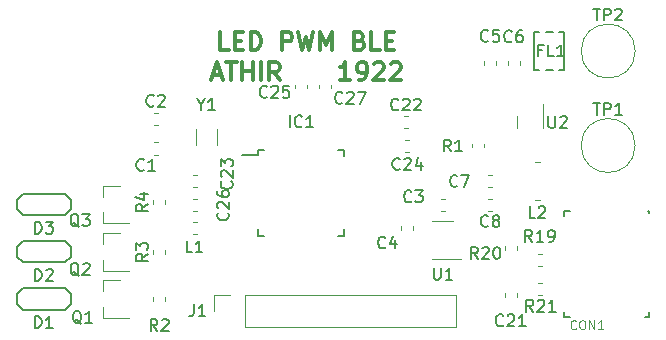
<source format=gto>
G04 #@! TF.GenerationSoftware,KiCad,Pcbnew,(5.1.0)-1*
G04 #@! TF.CreationDate,2019-06-02T21:22:59+02:00*
G04 #@! TF.ProjectId,ledpwmble,6c656470-776d-4626-9c65-2e6b69636164,rev?*
G04 #@! TF.SameCoordinates,Original*
G04 #@! TF.FileFunction,Legend,Top*
G04 #@! TF.FilePolarity,Positive*
%FSLAX46Y46*%
G04 Gerber Fmt 4.6, Leading zero omitted, Abs format (unit mm)*
G04 Created by KiCad (PCBNEW (5.1.0)-1) date 2019-06-02 21:22:59*
%MOMM*%
%LPD*%
G04 APERTURE LIST*
%ADD10C,0.300000*%
%ADD11C,0.150000*%
%ADD12C,0.120000*%
%ADD13C,0.125000*%
G04 APERTURE END LIST*
D10*
X146892857Y-84903571D02*
X146178571Y-84903571D01*
X146178571Y-83403571D01*
X147392857Y-84117857D02*
X147892857Y-84117857D01*
X148107142Y-84903571D02*
X147392857Y-84903571D01*
X147392857Y-83403571D01*
X148107142Y-83403571D01*
X148750000Y-84903571D02*
X148750000Y-83403571D01*
X149107142Y-83403571D01*
X149321428Y-83475000D01*
X149464285Y-83617857D01*
X149535714Y-83760714D01*
X149607142Y-84046428D01*
X149607142Y-84260714D01*
X149535714Y-84546428D01*
X149464285Y-84689285D01*
X149321428Y-84832142D01*
X149107142Y-84903571D01*
X148750000Y-84903571D01*
X151392857Y-84903571D02*
X151392857Y-83403571D01*
X151964285Y-83403571D01*
X152107142Y-83475000D01*
X152178571Y-83546428D01*
X152250000Y-83689285D01*
X152250000Y-83903571D01*
X152178571Y-84046428D01*
X152107142Y-84117857D01*
X151964285Y-84189285D01*
X151392857Y-84189285D01*
X152750000Y-83403571D02*
X153107142Y-84903571D01*
X153392857Y-83832142D01*
X153678571Y-84903571D01*
X154035714Y-83403571D01*
X154607142Y-84903571D02*
X154607142Y-83403571D01*
X155107142Y-84475000D01*
X155607142Y-83403571D01*
X155607142Y-84903571D01*
X157964285Y-84117857D02*
X158178571Y-84189285D01*
X158250000Y-84260714D01*
X158321428Y-84403571D01*
X158321428Y-84617857D01*
X158250000Y-84760714D01*
X158178571Y-84832142D01*
X158035714Y-84903571D01*
X157464285Y-84903571D01*
X157464285Y-83403571D01*
X157964285Y-83403571D01*
X158107142Y-83475000D01*
X158178571Y-83546428D01*
X158250000Y-83689285D01*
X158250000Y-83832142D01*
X158178571Y-83975000D01*
X158107142Y-84046428D01*
X157964285Y-84117857D01*
X157464285Y-84117857D01*
X159678571Y-84903571D02*
X158964285Y-84903571D01*
X158964285Y-83403571D01*
X160178571Y-84117857D02*
X160678571Y-84117857D01*
X160892857Y-84903571D02*
X160178571Y-84903571D01*
X160178571Y-83403571D01*
X160892857Y-83403571D01*
X145535714Y-87025000D02*
X146250000Y-87025000D01*
X145392857Y-87453571D02*
X145892857Y-85953571D01*
X146392857Y-87453571D01*
X146678571Y-85953571D02*
X147535714Y-85953571D01*
X147107142Y-87453571D02*
X147107142Y-85953571D01*
X148035714Y-87453571D02*
X148035714Y-85953571D01*
X148035714Y-86667857D02*
X148892857Y-86667857D01*
X148892857Y-87453571D02*
X148892857Y-85953571D01*
X149607142Y-87453571D02*
X149607142Y-85953571D01*
X151178571Y-87453571D02*
X150678571Y-86739285D01*
X150321428Y-87453571D02*
X150321428Y-85953571D01*
X150892857Y-85953571D01*
X151035714Y-86025000D01*
X151107142Y-86096428D01*
X151178571Y-86239285D01*
X151178571Y-86453571D01*
X151107142Y-86596428D01*
X151035714Y-86667857D01*
X150892857Y-86739285D01*
X150321428Y-86739285D01*
X157178571Y-87453571D02*
X156321428Y-87453571D01*
X156750000Y-87453571D02*
X156750000Y-85953571D01*
X156607142Y-86167857D01*
X156464285Y-86310714D01*
X156321428Y-86382142D01*
X157892857Y-87453571D02*
X158178571Y-87453571D01*
X158321428Y-87382142D01*
X158392857Y-87310714D01*
X158535714Y-87096428D01*
X158607142Y-86810714D01*
X158607142Y-86239285D01*
X158535714Y-86096428D01*
X158464285Y-86025000D01*
X158321428Y-85953571D01*
X158035714Y-85953571D01*
X157892857Y-86025000D01*
X157821428Y-86096428D01*
X157750000Y-86239285D01*
X157750000Y-86596428D01*
X157821428Y-86739285D01*
X157892857Y-86810714D01*
X158035714Y-86882142D01*
X158321428Y-86882142D01*
X158464285Y-86810714D01*
X158535714Y-86739285D01*
X158607142Y-86596428D01*
X159178571Y-86096428D02*
X159250000Y-86025000D01*
X159392857Y-85953571D01*
X159750000Y-85953571D01*
X159892857Y-86025000D01*
X159964285Y-86096428D01*
X160035714Y-86239285D01*
X160035714Y-86382142D01*
X159964285Y-86596428D01*
X159107142Y-87453571D01*
X160035714Y-87453571D01*
X160607142Y-86096428D02*
X160678571Y-86025000D01*
X160821428Y-85953571D01*
X161178571Y-85953571D01*
X161321428Y-86025000D01*
X161392857Y-86096428D01*
X161464285Y-86239285D01*
X161464285Y-86382142D01*
X161392857Y-86596428D01*
X160535714Y-87453571D01*
X161464285Y-87453571D01*
D11*
X175298200Y-98936000D02*
X175298200Y-98504200D01*
X175298200Y-98504200D02*
X175730000Y-98504200D01*
X182500000Y-98682000D02*
X182500000Y-98500000D01*
X182486400Y-98504200D02*
X182334000Y-98504200D01*
X182500000Y-107064000D02*
X182500000Y-107500000D01*
X182500000Y-107500000D02*
X182080000Y-107500000D01*
X175298200Y-107064000D02*
X175298200Y-107500000D01*
X175298200Y-107500000D02*
X175730000Y-107500000D01*
D12*
X144125000Y-92925000D02*
X144125000Y-91575000D01*
X145875000Y-92925000D02*
X145875000Y-91575000D01*
X181286000Y-85000000D02*
G75*
G03X181286000Y-85000000I-2286000J0D01*
G01*
X181286000Y-93000000D02*
G75*
G03X181286000Y-93000000I-2286000J0D01*
G01*
D11*
X149375000Y-93800000D02*
X148000000Y-93800000D01*
X156625000Y-93375000D02*
X156100000Y-93375000D01*
X156625000Y-100625000D02*
X156100000Y-100625000D01*
X149375000Y-100625000D02*
X149900000Y-100625000D01*
X149375000Y-93375000D02*
X149900000Y-93375000D01*
X149375000Y-100625000D02*
X149375000Y-100100000D01*
X156625000Y-100625000D02*
X156625000Y-100100000D01*
X156625000Y-93375000D02*
X156625000Y-93900000D01*
X149375000Y-93375000D02*
X149375000Y-93800000D01*
D12*
X173520000Y-89500000D02*
X173520000Y-91500000D01*
X171280000Y-91500000D02*
X171280000Y-90500000D01*
X164100000Y-102610000D02*
X166550000Y-102610000D01*
X165900000Y-99390000D02*
X164100000Y-99390000D01*
X173037221Y-105690000D02*
X173362779Y-105690000D01*
X173037221Y-104670000D02*
X173362779Y-104670000D01*
X171250000Y-101802779D02*
X171250000Y-101477221D01*
X170230000Y-101802779D02*
X170230000Y-101477221D01*
X173037221Y-103180000D02*
X173362779Y-103180000D01*
X173037221Y-102160000D02*
X173362779Y-102160000D01*
X141510000Y-97950279D02*
X141510000Y-97624721D01*
X140490000Y-97950279D02*
X140490000Y-97624721D01*
X141510000Y-102162779D02*
X141510000Y-101837221D01*
X140490000Y-102162779D02*
X140490000Y-101837221D01*
X141510000Y-106162779D02*
X141510000Y-105837221D01*
X140490000Y-106162779D02*
X140490000Y-105837221D01*
X167490000Y-92837221D02*
X167490000Y-93162779D01*
X168510000Y-92837221D02*
X168510000Y-93162779D01*
X136240000Y-96420000D02*
X137700000Y-96420000D01*
X136240000Y-99580000D02*
X138400000Y-99580000D01*
X136240000Y-99580000D02*
X136240000Y-98650000D01*
X136240000Y-96420000D02*
X136240000Y-97350000D01*
X136240000Y-100420000D02*
X137700000Y-100420000D01*
X136240000Y-103580000D02*
X138400000Y-103580000D01*
X136240000Y-103580000D02*
X136240000Y-102650000D01*
X136240000Y-100420000D02*
X136240000Y-101350000D01*
X136240000Y-104420000D02*
X137700000Y-104420000D01*
X136240000Y-107580000D02*
X138400000Y-107580000D01*
X136240000Y-107580000D02*
X136240000Y-106650000D01*
X136240000Y-104420000D02*
X136240000Y-105350000D01*
X173200000Y-94400000D02*
X172800000Y-94400000D01*
X173200000Y-97600000D02*
X172800000Y-97600000D01*
X143837221Y-100510000D02*
X144162779Y-100510000D01*
X143837221Y-99490000D02*
X144162779Y-99490000D01*
X145670000Y-107000000D02*
X145670000Y-105670000D01*
X145670000Y-105670000D02*
X147000000Y-105670000D01*
X148270000Y-105670000D02*
X166110000Y-105670000D01*
X166110000Y-108330000D02*
X166110000Y-105670000D01*
X148270000Y-108330000D02*
X166110000Y-108330000D01*
X148270000Y-108330000D02*
X148270000Y-105670000D01*
D11*
X174300000Y-83400000D02*
X173700000Y-83400000D01*
X172750000Y-83400000D02*
X173150000Y-83400000D01*
X172750000Y-86600000D02*
X172750000Y-83400000D01*
X173150000Y-86600000D02*
X172750000Y-86600000D01*
X174300000Y-86600000D02*
X173700000Y-86600000D01*
X175250000Y-86600000D02*
X174850000Y-86600000D01*
X175250000Y-83400000D02*
X174850000Y-83400000D01*
X175250000Y-86600000D02*
X175250000Y-83400000D01*
X133530000Y-98400000D02*
X133030000Y-98900000D01*
X133530000Y-97600000D02*
X133530000Y-98400000D01*
X133030000Y-97100000D02*
X133530000Y-97600000D01*
X129430000Y-97100000D02*
X133030000Y-97100000D01*
X128930000Y-97600000D02*
X129430000Y-97100000D01*
X128930000Y-98400000D02*
X128930000Y-97600000D01*
X129430000Y-98900000D02*
X128930000Y-98400000D01*
X133030000Y-98900000D02*
X129430000Y-98900000D01*
X133530000Y-102400000D02*
X133030000Y-102900000D01*
X133530000Y-101600000D02*
X133530000Y-102400000D01*
X133030000Y-101100000D02*
X133530000Y-101600000D01*
X129430000Y-101100000D02*
X133030000Y-101100000D01*
X128930000Y-101600000D02*
X129430000Y-101100000D01*
X128930000Y-102400000D02*
X128930000Y-101600000D01*
X129430000Y-102900000D02*
X128930000Y-102400000D01*
X133030000Y-102900000D02*
X129430000Y-102900000D01*
X133530000Y-106400000D02*
X133030000Y-106900000D01*
X133530000Y-105600000D02*
X133530000Y-106400000D01*
X133030000Y-105100000D02*
X133530000Y-105600000D01*
X129430000Y-105100000D02*
X133030000Y-105100000D01*
X128930000Y-105600000D02*
X129430000Y-105100000D01*
X128930000Y-106400000D02*
X128930000Y-105600000D01*
X129430000Y-106900000D02*
X128930000Y-106400000D01*
X133030000Y-106900000D02*
X129430000Y-106900000D01*
D12*
X155510000Y-88162779D02*
X155510000Y-87837221D01*
X154490000Y-88162779D02*
X154490000Y-87837221D01*
X144162779Y-97490000D02*
X143837221Y-97490000D01*
X144162779Y-98510000D02*
X143837221Y-98510000D01*
X153510000Y-88162779D02*
X153510000Y-87837221D01*
X152490000Y-88162779D02*
X152490000Y-87837221D01*
X161837221Y-93510000D02*
X162162779Y-93510000D01*
X161837221Y-92490000D02*
X162162779Y-92490000D01*
X144162779Y-95490000D02*
X143837221Y-95490000D01*
X144162779Y-96510000D02*
X143837221Y-96510000D01*
X161717221Y-91510000D02*
X162042779Y-91510000D01*
X161717221Y-90490000D02*
X162042779Y-90490000D01*
X170230000Y-105487221D02*
X170230000Y-105812779D01*
X171250000Y-105487221D02*
X171250000Y-105812779D01*
X169162779Y-97490000D02*
X168837221Y-97490000D01*
X169162779Y-98510000D02*
X168837221Y-98510000D01*
X169162779Y-95490000D02*
X168837221Y-95490000D01*
X169162779Y-96510000D02*
X168837221Y-96510000D01*
X171510000Y-86162779D02*
X171510000Y-85837221D01*
X170490000Y-86162779D02*
X170490000Y-85837221D01*
X169510000Y-86162779D02*
X169510000Y-85837221D01*
X168490000Y-86162779D02*
X168490000Y-85837221D01*
X162510000Y-100162779D02*
X162510000Y-99837221D01*
X161490000Y-100162779D02*
X161490000Y-99837221D01*
X165162779Y-97490000D02*
X164837221Y-97490000D01*
X165162779Y-98510000D02*
X164837221Y-98510000D01*
X140912779Y-90240000D02*
X140587221Y-90240000D01*
X140912779Y-91260000D02*
X140587221Y-91260000D01*
X140912779Y-92740000D02*
X140587221Y-92740000D01*
X140912779Y-93760000D02*
X140587221Y-93760000D01*
D13*
X176289285Y-108467857D02*
X176253571Y-108503571D01*
X176146428Y-108539285D01*
X176075000Y-108539285D01*
X175967857Y-108503571D01*
X175896428Y-108432142D01*
X175860714Y-108360714D01*
X175825000Y-108217857D01*
X175825000Y-108110714D01*
X175860714Y-107967857D01*
X175896428Y-107896428D01*
X175967857Y-107825000D01*
X176075000Y-107789285D01*
X176146428Y-107789285D01*
X176253571Y-107825000D01*
X176289285Y-107860714D01*
X176753571Y-107789285D02*
X176896428Y-107789285D01*
X176967857Y-107825000D01*
X177039285Y-107896428D01*
X177075000Y-108039285D01*
X177075000Y-108289285D01*
X177039285Y-108432142D01*
X176967857Y-108503571D01*
X176896428Y-108539285D01*
X176753571Y-108539285D01*
X176682142Y-108503571D01*
X176610714Y-108432142D01*
X176575000Y-108289285D01*
X176575000Y-108039285D01*
X176610714Y-107896428D01*
X176682142Y-107825000D01*
X176753571Y-107789285D01*
X177396428Y-108539285D02*
X177396428Y-107789285D01*
X177825000Y-108539285D01*
X177825000Y-107789285D01*
X178575000Y-108539285D02*
X178146428Y-108539285D01*
X178360714Y-108539285D02*
X178360714Y-107789285D01*
X178289285Y-107896428D01*
X178217857Y-107967857D01*
X178146428Y-108003571D01*
D11*
X144523809Y-89526190D02*
X144523809Y-90002380D01*
X144190476Y-89002380D02*
X144523809Y-89526190D01*
X144857142Y-89002380D01*
X145714285Y-90002380D02*
X145142857Y-90002380D01*
X145428571Y-90002380D02*
X145428571Y-89002380D01*
X145333333Y-89145238D01*
X145238095Y-89240476D01*
X145142857Y-89288095D01*
X177738095Y-81404380D02*
X178309523Y-81404380D01*
X178023809Y-82404380D02*
X178023809Y-81404380D01*
X178642857Y-82404380D02*
X178642857Y-81404380D01*
X179023809Y-81404380D01*
X179119047Y-81452000D01*
X179166666Y-81499619D01*
X179214285Y-81594857D01*
X179214285Y-81737714D01*
X179166666Y-81832952D01*
X179119047Y-81880571D01*
X179023809Y-81928190D01*
X178642857Y-81928190D01*
X179595238Y-81499619D02*
X179642857Y-81452000D01*
X179738095Y-81404380D01*
X179976190Y-81404380D01*
X180071428Y-81452000D01*
X180119047Y-81499619D01*
X180166666Y-81594857D01*
X180166666Y-81690095D01*
X180119047Y-81832952D01*
X179547619Y-82404380D01*
X180166666Y-82404380D01*
X177738095Y-89404380D02*
X178309523Y-89404380D01*
X178023809Y-90404380D02*
X178023809Y-89404380D01*
X178642857Y-90404380D02*
X178642857Y-89404380D01*
X179023809Y-89404380D01*
X179119047Y-89452000D01*
X179166666Y-89499619D01*
X179214285Y-89594857D01*
X179214285Y-89737714D01*
X179166666Y-89832952D01*
X179119047Y-89880571D01*
X179023809Y-89928190D01*
X178642857Y-89928190D01*
X180166666Y-90404380D02*
X179595238Y-90404380D01*
X179880952Y-90404380D02*
X179880952Y-89404380D01*
X179785714Y-89547238D01*
X179690476Y-89642476D01*
X179595238Y-89690095D01*
X152023809Y-91452380D02*
X152023809Y-90452380D01*
X153071428Y-91357142D02*
X153023809Y-91404761D01*
X152880952Y-91452380D01*
X152785714Y-91452380D01*
X152642857Y-91404761D01*
X152547619Y-91309523D01*
X152500000Y-91214285D01*
X152452380Y-91023809D01*
X152452380Y-90880952D01*
X152500000Y-90690476D01*
X152547619Y-90595238D01*
X152642857Y-90500000D01*
X152785714Y-90452380D01*
X152880952Y-90452380D01*
X153023809Y-90500000D01*
X153071428Y-90547619D01*
X154023809Y-91452380D02*
X153452380Y-91452380D01*
X153738095Y-91452380D02*
X153738095Y-90452380D01*
X153642857Y-90595238D01*
X153547619Y-90690476D01*
X153452380Y-90738095D01*
X173938095Y-90502380D02*
X173938095Y-91311904D01*
X173985714Y-91407142D01*
X174033333Y-91454761D01*
X174128571Y-91502380D01*
X174319047Y-91502380D01*
X174414285Y-91454761D01*
X174461904Y-91407142D01*
X174509523Y-91311904D01*
X174509523Y-90502380D01*
X174938095Y-90597619D02*
X174985714Y-90550000D01*
X175080952Y-90502380D01*
X175319047Y-90502380D01*
X175414285Y-90550000D01*
X175461904Y-90597619D01*
X175509523Y-90692857D01*
X175509523Y-90788095D01*
X175461904Y-90930952D01*
X174890476Y-91502380D01*
X175509523Y-91502380D01*
X164238095Y-103352380D02*
X164238095Y-104161904D01*
X164285714Y-104257142D01*
X164333333Y-104304761D01*
X164428571Y-104352380D01*
X164619047Y-104352380D01*
X164714285Y-104304761D01*
X164761904Y-104257142D01*
X164809523Y-104161904D01*
X164809523Y-103352380D01*
X165809523Y-104352380D02*
X165238095Y-104352380D01*
X165523809Y-104352380D02*
X165523809Y-103352380D01*
X165428571Y-103495238D01*
X165333333Y-103590476D01*
X165238095Y-103638095D01*
X172657142Y-107052380D02*
X172323809Y-106576190D01*
X172085714Y-107052380D02*
X172085714Y-106052380D01*
X172466666Y-106052380D01*
X172561904Y-106100000D01*
X172609523Y-106147619D01*
X172657142Y-106242857D01*
X172657142Y-106385714D01*
X172609523Y-106480952D01*
X172561904Y-106528571D01*
X172466666Y-106576190D01*
X172085714Y-106576190D01*
X173038095Y-106147619D02*
X173085714Y-106100000D01*
X173180952Y-106052380D01*
X173419047Y-106052380D01*
X173514285Y-106100000D01*
X173561904Y-106147619D01*
X173609523Y-106242857D01*
X173609523Y-106338095D01*
X173561904Y-106480952D01*
X172990476Y-107052380D01*
X173609523Y-107052380D01*
X174561904Y-107052380D02*
X173990476Y-107052380D01*
X174276190Y-107052380D02*
X174276190Y-106052380D01*
X174180952Y-106195238D01*
X174085714Y-106290476D01*
X173990476Y-106338095D01*
X167957142Y-102602380D02*
X167623809Y-102126190D01*
X167385714Y-102602380D02*
X167385714Y-101602380D01*
X167766666Y-101602380D01*
X167861904Y-101650000D01*
X167909523Y-101697619D01*
X167957142Y-101792857D01*
X167957142Y-101935714D01*
X167909523Y-102030952D01*
X167861904Y-102078571D01*
X167766666Y-102126190D01*
X167385714Y-102126190D01*
X168338095Y-101697619D02*
X168385714Y-101650000D01*
X168480952Y-101602380D01*
X168719047Y-101602380D01*
X168814285Y-101650000D01*
X168861904Y-101697619D01*
X168909523Y-101792857D01*
X168909523Y-101888095D01*
X168861904Y-102030952D01*
X168290476Y-102602380D01*
X168909523Y-102602380D01*
X169528571Y-101602380D02*
X169623809Y-101602380D01*
X169719047Y-101650000D01*
X169766666Y-101697619D01*
X169814285Y-101792857D01*
X169861904Y-101983333D01*
X169861904Y-102221428D01*
X169814285Y-102411904D01*
X169766666Y-102507142D01*
X169719047Y-102554761D01*
X169623809Y-102602380D01*
X169528571Y-102602380D01*
X169433333Y-102554761D01*
X169385714Y-102507142D01*
X169338095Y-102411904D01*
X169290476Y-102221428D01*
X169290476Y-101983333D01*
X169338095Y-101792857D01*
X169385714Y-101697619D01*
X169433333Y-101650000D01*
X169528571Y-101602380D01*
X172557142Y-101152380D02*
X172223809Y-100676190D01*
X171985714Y-101152380D02*
X171985714Y-100152380D01*
X172366666Y-100152380D01*
X172461904Y-100200000D01*
X172509523Y-100247619D01*
X172557142Y-100342857D01*
X172557142Y-100485714D01*
X172509523Y-100580952D01*
X172461904Y-100628571D01*
X172366666Y-100676190D01*
X171985714Y-100676190D01*
X173509523Y-101152380D02*
X172938095Y-101152380D01*
X173223809Y-101152380D02*
X173223809Y-100152380D01*
X173128571Y-100295238D01*
X173033333Y-100390476D01*
X172938095Y-100438095D01*
X173985714Y-101152380D02*
X174176190Y-101152380D01*
X174271428Y-101104761D01*
X174319047Y-101057142D01*
X174414285Y-100914285D01*
X174461904Y-100723809D01*
X174461904Y-100342857D01*
X174414285Y-100247619D01*
X174366666Y-100200000D01*
X174271428Y-100152380D01*
X174080952Y-100152380D01*
X173985714Y-100200000D01*
X173938095Y-100247619D01*
X173890476Y-100342857D01*
X173890476Y-100580952D01*
X173938095Y-100676190D01*
X173985714Y-100723809D01*
X174080952Y-100771428D01*
X174271428Y-100771428D01*
X174366666Y-100723809D01*
X174414285Y-100676190D01*
X174461904Y-100580952D01*
X140022380Y-97954166D02*
X139546190Y-98287500D01*
X140022380Y-98525595D02*
X139022380Y-98525595D01*
X139022380Y-98144642D01*
X139070000Y-98049404D01*
X139117619Y-98001785D01*
X139212857Y-97954166D01*
X139355714Y-97954166D01*
X139450952Y-98001785D01*
X139498571Y-98049404D01*
X139546190Y-98144642D01*
X139546190Y-98525595D01*
X139355714Y-97097023D02*
X140022380Y-97097023D01*
X138974761Y-97335119D02*
X139689047Y-97573214D01*
X139689047Y-96954166D01*
X140022380Y-102166666D02*
X139546190Y-102500000D01*
X140022380Y-102738095D02*
X139022380Y-102738095D01*
X139022380Y-102357142D01*
X139070000Y-102261904D01*
X139117619Y-102214285D01*
X139212857Y-102166666D01*
X139355714Y-102166666D01*
X139450952Y-102214285D01*
X139498571Y-102261904D01*
X139546190Y-102357142D01*
X139546190Y-102738095D01*
X139022380Y-101833333D02*
X139022380Y-101214285D01*
X139403333Y-101547619D01*
X139403333Y-101404761D01*
X139450952Y-101309523D01*
X139498571Y-101261904D01*
X139593809Y-101214285D01*
X139831904Y-101214285D01*
X139927142Y-101261904D01*
X139974761Y-101309523D01*
X140022380Y-101404761D01*
X140022380Y-101690476D01*
X139974761Y-101785714D01*
X139927142Y-101833333D01*
X140833333Y-108702380D02*
X140500000Y-108226190D01*
X140261904Y-108702380D02*
X140261904Y-107702380D01*
X140642857Y-107702380D01*
X140738095Y-107750000D01*
X140785714Y-107797619D01*
X140833333Y-107892857D01*
X140833333Y-108035714D01*
X140785714Y-108130952D01*
X140738095Y-108178571D01*
X140642857Y-108226190D01*
X140261904Y-108226190D01*
X141214285Y-107797619D02*
X141261904Y-107750000D01*
X141357142Y-107702380D01*
X141595238Y-107702380D01*
X141690476Y-107750000D01*
X141738095Y-107797619D01*
X141785714Y-107892857D01*
X141785714Y-107988095D01*
X141738095Y-108130952D01*
X141166666Y-108702380D01*
X141785714Y-108702380D01*
X165683333Y-93502380D02*
X165350000Y-93026190D01*
X165111904Y-93502380D02*
X165111904Y-92502380D01*
X165492857Y-92502380D01*
X165588095Y-92550000D01*
X165635714Y-92597619D01*
X165683333Y-92692857D01*
X165683333Y-92835714D01*
X165635714Y-92930952D01*
X165588095Y-92978571D01*
X165492857Y-93026190D01*
X165111904Y-93026190D01*
X166635714Y-93502380D02*
X166064285Y-93502380D01*
X166350000Y-93502380D02*
X166350000Y-92502380D01*
X166254761Y-92645238D01*
X166159523Y-92740476D01*
X166064285Y-92788095D01*
X134204761Y-99897619D02*
X134109523Y-99850000D01*
X134014285Y-99754761D01*
X133871428Y-99611904D01*
X133776190Y-99564285D01*
X133680952Y-99564285D01*
X133728571Y-99802380D02*
X133633333Y-99754761D01*
X133538095Y-99659523D01*
X133490476Y-99469047D01*
X133490476Y-99135714D01*
X133538095Y-98945238D01*
X133633333Y-98850000D01*
X133728571Y-98802380D01*
X133919047Y-98802380D01*
X134014285Y-98850000D01*
X134109523Y-98945238D01*
X134157142Y-99135714D01*
X134157142Y-99469047D01*
X134109523Y-99659523D01*
X134014285Y-99754761D01*
X133919047Y-99802380D01*
X133728571Y-99802380D01*
X134490476Y-98802380D02*
X135109523Y-98802380D01*
X134776190Y-99183333D01*
X134919047Y-99183333D01*
X135014285Y-99230952D01*
X135061904Y-99278571D01*
X135109523Y-99373809D01*
X135109523Y-99611904D01*
X135061904Y-99707142D01*
X135014285Y-99754761D01*
X134919047Y-99802380D01*
X134633333Y-99802380D01*
X134538095Y-99754761D01*
X134490476Y-99707142D01*
X134204761Y-104047619D02*
X134109523Y-104000000D01*
X134014285Y-103904761D01*
X133871428Y-103761904D01*
X133776190Y-103714285D01*
X133680952Y-103714285D01*
X133728571Y-103952380D02*
X133633333Y-103904761D01*
X133538095Y-103809523D01*
X133490476Y-103619047D01*
X133490476Y-103285714D01*
X133538095Y-103095238D01*
X133633333Y-103000000D01*
X133728571Y-102952380D01*
X133919047Y-102952380D01*
X134014285Y-103000000D01*
X134109523Y-103095238D01*
X134157142Y-103285714D01*
X134157142Y-103619047D01*
X134109523Y-103809523D01*
X134014285Y-103904761D01*
X133919047Y-103952380D01*
X133728571Y-103952380D01*
X134538095Y-103047619D02*
X134585714Y-103000000D01*
X134680952Y-102952380D01*
X134919047Y-102952380D01*
X135014285Y-103000000D01*
X135061904Y-103047619D01*
X135109523Y-103142857D01*
X135109523Y-103238095D01*
X135061904Y-103380952D01*
X134490476Y-103952380D01*
X135109523Y-103952380D01*
X134404761Y-108097619D02*
X134309523Y-108050000D01*
X134214285Y-107954761D01*
X134071428Y-107811904D01*
X133976190Y-107764285D01*
X133880952Y-107764285D01*
X133928571Y-108002380D02*
X133833333Y-107954761D01*
X133738095Y-107859523D01*
X133690476Y-107669047D01*
X133690476Y-107335714D01*
X133738095Y-107145238D01*
X133833333Y-107050000D01*
X133928571Y-107002380D01*
X134119047Y-107002380D01*
X134214285Y-107050000D01*
X134309523Y-107145238D01*
X134357142Y-107335714D01*
X134357142Y-107669047D01*
X134309523Y-107859523D01*
X134214285Y-107954761D01*
X134119047Y-108002380D01*
X133928571Y-108002380D01*
X135309523Y-108002380D02*
X134738095Y-108002380D01*
X135023809Y-108002380D02*
X135023809Y-107002380D01*
X134928571Y-107145238D01*
X134833333Y-107240476D01*
X134738095Y-107288095D01*
X172833333Y-99152380D02*
X172357142Y-99152380D01*
X172357142Y-98152380D01*
X173119047Y-98247619D02*
X173166666Y-98200000D01*
X173261904Y-98152380D01*
X173500000Y-98152380D01*
X173595238Y-98200000D01*
X173642857Y-98247619D01*
X173690476Y-98342857D01*
X173690476Y-98438095D01*
X173642857Y-98580952D01*
X173071428Y-99152380D01*
X173690476Y-99152380D01*
X143783333Y-102052380D02*
X143307142Y-102052380D01*
X143307142Y-101052380D01*
X144640476Y-102052380D02*
X144069047Y-102052380D01*
X144354761Y-102052380D02*
X144354761Y-101052380D01*
X144259523Y-101195238D01*
X144164285Y-101290476D01*
X144069047Y-101338095D01*
X143896666Y-106452380D02*
X143896666Y-107166666D01*
X143849047Y-107309523D01*
X143753809Y-107404761D01*
X143610952Y-107452380D01*
X143515714Y-107452380D01*
X144896666Y-107452380D02*
X144325238Y-107452380D01*
X144610952Y-107452380D02*
X144610952Y-106452380D01*
X144515714Y-106595238D01*
X144420476Y-106690476D01*
X144325238Y-106738095D01*
X173411904Y-84928571D02*
X173078571Y-84928571D01*
X173078571Y-85452380D02*
X173078571Y-84452380D01*
X173554761Y-84452380D01*
X174411904Y-85452380D02*
X173935714Y-85452380D01*
X173935714Y-84452380D01*
X175269047Y-85452380D02*
X174697619Y-85452380D01*
X174983333Y-85452380D02*
X174983333Y-84452380D01*
X174888095Y-84595238D01*
X174792857Y-84690476D01*
X174697619Y-84738095D01*
X130461904Y-100452380D02*
X130461904Y-99452380D01*
X130700000Y-99452380D01*
X130842857Y-99500000D01*
X130938095Y-99595238D01*
X130985714Y-99690476D01*
X131033333Y-99880952D01*
X131033333Y-100023809D01*
X130985714Y-100214285D01*
X130938095Y-100309523D01*
X130842857Y-100404761D01*
X130700000Y-100452380D01*
X130461904Y-100452380D01*
X131366666Y-99452380D02*
X131985714Y-99452380D01*
X131652380Y-99833333D01*
X131795238Y-99833333D01*
X131890476Y-99880952D01*
X131938095Y-99928571D01*
X131985714Y-100023809D01*
X131985714Y-100261904D01*
X131938095Y-100357142D01*
X131890476Y-100404761D01*
X131795238Y-100452380D01*
X131509523Y-100452380D01*
X131414285Y-100404761D01*
X131366666Y-100357142D01*
X130461904Y-104452380D02*
X130461904Y-103452380D01*
X130700000Y-103452380D01*
X130842857Y-103500000D01*
X130938095Y-103595238D01*
X130985714Y-103690476D01*
X131033333Y-103880952D01*
X131033333Y-104023809D01*
X130985714Y-104214285D01*
X130938095Y-104309523D01*
X130842857Y-104404761D01*
X130700000Y-104452380D01*
X130461904Y-104452380D01*
X131414285Y-103547619D02*
X131461904Y-103500000D01*
X131557142Y-103452380D01*
X131795238Y-103452380D01*
X131890476Y-103500000D01*
X131938095Y-103547619D01*
X131985714Y-103642857D01*
X131985714Y-103738095D01*
X131938095Y-103880952D01*
X131366666Y-104452380D01*
X131985714Y-104452380D01*
X130461904Y-108452380D02*
X130461904Y-107452380D01*
X130700000Y-107452380D01*
X130842857Y-107500000D01*
X130938095Y-107595238D01*
X130985714Y-107690476D01*
X131033333Y-107880952D01*
X131033333Y-108023809D01*
X130985714Y-108214285D01*
X130938095Y-108309523D01*
X130842857Y-108404761D01*
X130700000Y-108452380D01*
X130461904Y-108452380D01*
X131985714Y-108452380D02*
X131414285Y-108452380D01*
X131700000Y-108452380D02*
X131700000Y-107452380D01*
X131604761Y-107595238D01*
X131509523Y-107690476D01*
X131414285Y-107738095D01*
X156507142Y-89357142D02*
X156459523Y-89404761D01*
X156316666Y-89452380D01*
X156221428Y-89452380D01*
X156078571Y-89404761D01*
X155983333Y-89309523D01*
X155935714Y-89214285D01*
X155888095Y-89023809D01*
X155888095Y-88880952D01*
X155935714Y-88690476D01*
X155983333Y-88595238D01*
X156078571Y-88500000D01*
X156221428Y-88452380D01*
X156316666Y-88452380D01*
X156459523Y-88500000D01*
X156507142Y-88547619D01*
X156888095Y-88547619D02*
X156935714Y-88500000D01*
X157030952Y-88452380D01*
X157269047Y-88452380D01*
X157364285Y-88500000D01*
X157411904Y-88547619D01*
X157459523Y-88642857D01*
X157459523Y-88738095D01*
X157411904Y-88880952D01*
X156840476Y-89452380D01*
X157459523Y-89452380D01*
X157792857Y-88452380D02*
X158459523Y-88452380D01*
X158030952Y-89452380D01*
X146807142Y-98692857D02*
X146854761Y-98740476D01*
X146902380Y-98883333D01*
X146902380Y-98978571D01*
X146854761Y-99121428D01*
X146759523Y-99216666D01*
X146664285Y-99264285D01*
X146473809Y-99311904D01*
X146330952Y-99311904D01*
X146140476Y-99264285D01*
X146045238Y-99216666D01*
X145950000Y-99121428D01*
X145902380Y-98978571D01*
X145902380Y-98883333D01*
X145950000Y-98740476D01*
X145997619Y-98692857D01*
X145997619Y-98311904D02*
X145950000Y-98264285D01*
X145902380Y-98169047D01*
X145902380Y-97930952D01*
X145950000Y-97835714D01*
X145997619Y-97788095D01*
X146092857Y-97740476D01*
X146188095Y-97740476D01*
X146330952Y-97788095D01*
X146902380Y-98359523D01*
X146902380Y-97740476D01*
X145902380Y-96883333D02*
X145902380Y-97073809D01*
X145950000Y-97169047D01*
X145997619Y-97216666D01*
X146140476Y-97311904D01*
X146330952Y-97359523D01*
X146711904Y-97359523D01*
X146807142Y-97311904D01*
X146854761Y-97264285D01*
X146902380Y-97169047D01*
X146902380Y-96978571D01*
X146854761Y-96883333D01*
X146807142Y-96835714D01*
X146711904Y-96788095D01*
X146473809Y-96788095D01*
X146378571Y-96835714D01*
X146330952Y-96883333D01*
X146283333Y-96978571D01*
X146283333Y-97169047D01*
X146330952Y-97264285D01*
X146378571Y-97311904D01*
X146473809Y-97359523D01*
X150107142Y-88857142D02*
X150059523Y-88904761D01*
X149916666Y-88952380D01*
X149821428Y-88952380D01*
X149678571Y-88904761D01*
X149583333Y-88809523D01*
X149535714Y-88714285D01*
X149488095Y-88523809D01*
X149488095Y-88380952D01*
X149535714Y-88190476D01*
X149583333Y-88095238D01*
X149678571Y-88000000D01*
X149821428Y-87952380D01*
X149916666Y-87952380D01*
X150059523Y-88000000D01*
X150107142Y-88047619D01*
X150488095Y-88047619D02*
X150535714Y-88000000D01*
X150630952Y-87952380D01*
X150869047Y-87952380D01*
X150964285Y-88000000D01*
X151011904Y-88047619D01*
X151059523Y-88142857D01*
X151059523Y-88238095D01*
X151011904Y-88380952D01*
X150440476Y-88952380D01*
X151059523Y-88952380D01*
X151964285Y-87952380D02*
X151488095Y-87952380D01*
X151440476Y-88428571D01*
X151488095Y-88380952D01*
X151583333Y-88333333D01*
X151821428Y-88333333D01*
X151916666Y-88380952D01*
X151964285Y-88428571D01*
X152011904Y-88523809D01*
X152011904Y-88761904D01*
X151964285Y-88857142D01*
X151916666Y-88904761D01*
X151821428Y-88952380D01*
X151583333Y-88952380D01*
X151488095Y-88904761D01*
X151440476Y-88857142D01*
X161357142Y-94957142D02*
X161309523Y-95004761D01*
X161166666Y-95052380D01*
X161071428Y-95052380D01*
X160928571Y-95004761D01*
X160833333Y-94909523D01*
X160785714Y-94814285D01*
X160738095Y-94623809D01*
X160738095Y-94480952D01*
X160785714Y-94290476D01*
X160833333Y-94195238D01*
X160928571Y-94100000D01*
X161071428Y-94052380D01*
X161166666Y-94052380D01*
X161309523Y-94100000D01*
X161357142Y-94147619D01*
X161738095Y-94147619D02*
X161785714Y-94100000D01*
X161880952Y-94052380D01*
X162119047Y-94052380D01*
X162214285Y-94100000D01*
X162261904Y-94147619D01*
X162309523Y-94242857D01*
X162309523Y-94338095D01*
X162261904Y-94480952D01*
X161690476Y-95052380D01*
X162309523Y-95052380D01*
X163166666Y-94385714D02*
X163166666Y-95052380D01*
X162928571Y-94004761D02*
X162690476Y-94719047D01*
X163309523Y-94719047D01*
X147107142Y-96042857D02*
X147154761Y-96090476D01*
X147202380Y-96233333D01*
X147202380Y-96328571D01*
X147154761Y-96471428D01*
X147059523Y-96566666D01*
X146964285Y-96614285D01*
X146773809Y-96661904D01*
X146630952Y-96661904D01*
X146440476Y-96614285D01*
X146345238Y-96566666D01*
X146250000Y-96471428D01*
X146202380Y-96328571D01*
X146202380Y-96233333D01*
X146250000Y-96090476D01*
X146297619Y-96042857D01*
X146297619Y-95661904D02*
X146250000Y-95614285D01*
X146202380Y-95519047D01*
X146202380Y-95280952D01*
X146250000Y-95185714D01*
X146297619Y-95138095D01*
X146392857Y-95090476D01*
X146488095Y-95090476D01*
X146630952Y-95138095D01*
X147202380Y-95709523D01*
X147202380Y-95090476D01*
X146202380Y-94757142D02*
X146202380Y-94138095D01*
X146583333Y-94471428D01*
X146583333Y-94328571D01*
X146630952Y-94233333D01*
X146678571Y-94185714D01*
X146773809Y-94138095D01*
X147011904Y-94138095D01*
X147107142Y-94185714D01*
X147154761Y-94233333D01*
X147202380Y-94328571D01*
X147202380Y-94614285D01*
X147154761Y-94709523D01*
X147107142Y-94757142D01*
X161237142Y-89927142D02*
X161189523Y-89974761D01*
X161046666Y-90022380D01*
X160951428Y-90022380D01*
X160808571Y-89974761D01*
X160713333Y-89879523D01*
X160665714Y-89784285D01*
X160618095Y-89593809D01*
X160618095Y-89450952D01*
X160665714Y-89260476D01*
X160713333Y-89165238D01*
X160808571Y-89070000D01*
X160951428Y-89022380D01*
X161046666Y-89022380D01*
X161189523Y-89070000D01*
X161237142Y-89117619D01*
X161618095Y-89117619D02*
X161665714Y-89070000D01*
X161760952Y-89022380D01*
X161999047Y-89022380D01*
X162094285Y-89070000D01*
X162141904Y-89117619D01*
X162189523Y-89212857D01*
X162189523Y-89308095D01*
X162141904Y-89450952D01*
X161570476Y-90022380D01*
X162189523Y-90022380D01*
X162570476Y-89117619D02*
X162618095Y-89070000D01*
X162713333Y-89022380D01*
X162951428Y-89022380D01*
X163046666Y-89070000D01*
X163094285Y-89117619D01*
X163141904Y-89212857D01*
X163141904Y-89308095D01*
X163094285Y-89450952D01*
X162522857Y-90022380D01*
X163141904Y-90022380D01*
X170107142Y-108207142D02*
X170059523Y-108254761D01*
X169916666Y-108302380D01*
X169821428Y-108302380D01*
X169678571Y-108254761D01*
X169583333Y-108159523D01*
X169535714Y-108064285D01*
X169488095Y-107873809D01*
X169488095Y-107730952D01*
X169535714Y-107540476D01*
X169583333Y-107445238D01*
X169678571Y-107350000D01*
X169821428Y-107302380D01*
X169916666Y-107302380D01*
X170059523Y-107350000D01*
X170107142Y-107397619D01*
X170488095Y-107397619D02*
X170535714Y-107350000D01*
X170630952Y-107302380D01*
X170869047Y-107302380D01*
X170964285Y-107350000D01*
X171011904Y-107397619D01*
X171059523Y-107492857D01*
X171059523Y-107588095D01*
X171011904Y-107730952D01*
X170440476Y-108302380D01*
X171059523Y-108302380D01*
X172011904Y-108302380D02*
X171440476Y-108302380D01*
X171726190Y-108302380D02*
X171726190Y-107302380D01*
X171630952Y-107445238D01*
X171535714Y-107540476D01*
X171440476Y-107588095D01*
X168833333Y-99787142D02*
X168785714Y-99834761D01*
X168642857Y-99882380D01*
X168547619Y-99882380D01*
X168404761Y-99834761D01*
X168309523Y-99739523D01*
X168261904Y-99644285D01*
X168214285Y-99453809D01*
X168214285Y-99310952D01*
X168261904Y-99120476D01*
X168309523Y-99025238D01*
X168404761Y-98930000D01*
X168547619Y-98882380D01*
X168642857Y-98882380D01*
X168785714Y-98930000D01*
X168833333Y-98977619D01*
X169404761Y-99310952D02*
X169309523Y-99263333D01*
X169261904Y-99215714D01*
X169214285Y-99120476D01*
X169214285Y-99072857D01*
X169261904Y-98977619D01*
X169309523Y-98930000D01*
X169404761Y-98882380D01*
X169595238Y-98882380D01*
X169690476Y-98930000D01*
X169738095Y-98977619D01*
X169785714Y-99072857D01*
X169785714Y-99120476D01*
X169738095Y-99215714D01*
X169690476Y-99263333D01*
X169595238Y-99310952D01*
X169404761Y-99310952D01*
X169309523Y-99358571D01*
X169261904Y-99406190D01*
X169214285Y-99501428D01*
X169214285Y-99691904D01*
X169261904Y-99787142D01*
X169309523Y-99834761D01*
X169404761Y-99882380D01*
X169595238Y-99882380D01*
X169690476Y-99834761D01*
X169738095Y-99787142D01*
X169785714Y-99691904D01*
X169785714Y-99501428D01*
X169738095Y-99406190D01*
X169690476Y-99358571D01*
X169595238Y-99310952D01*
X166233333Y-96407142D02*
X166185714Y-96454761D01*
X166042857Y-96502380D01*
X165947619Y-96502380D01*
X165804761Y-96454761D01*
X165709523Y-96359523D01*
X165661904Y-96264285D01*
X165614285Y-96073809D01*
X165614285Y-95930952D01*
X165661904Y-95740476D01*
X165709523Y-95645238D01*
X165804761Y-95550000D01*
X165947619Y-95502380D01*
X166042857Y-95502380D01*
X166185714Y-95550000D01*
X166233333Y-95597619D01*
X166566666Y-95502380D02*
X167233333Y-95502380D01*
X166804761Y-96502380D01*
X170833333Y-84157142D02*
X170785714Y-84204761D01*
X170642857Y-84252380D01*
X170547619Y-84252380D01*
X170404761Y-84204761D01*
X170309523Y-84109523D01*
X170261904Y-84014285D01*
X170214285Y-83823809D01*
X170214285Y-83680952D01*
X170261904Y-83490476D01*
X170309523Y-83395238D01*
X170404761Y-83300000D01*
X170547619Y-83252380D01*
X170642857Y-83252380D01*
X170785714Y-83300000D01*
X170833333Y-83347619D01*
X171690476Y-83252380D02*
X171500000Y-83252380D01*
X171404761Y-83300000D01*
X171357142Y-83347619D01*
X171261904Y-83490476D01*
X171214285Y-83680952D01*
X171214285Y-84061904D01*
X171261904Y-84157142D01*
X171309523Y-84204761D01*
X171404761Y-84252380D01*
X171595238Y-84252380D01*
X171690476Y-84204761D01*
X171738095Y-84157142D01*
X171785714Y-84061904D01*
X171785714Y-83823809D01*
X171738095Y-83728571D01*
X171690476Y-83680952D01*
X171595238Y-83633333D01*
X171404761Y-83633333D01*
X171309523Y-83680952D01*
X171261904Y-83728571D01*
X171214285Y-83823809D01*
X168833333Y-84107142D02*
X168785714Y-84154761D01*
X168642857Y-84202380D01*
X168547619Y-84202380D01*
X168404761Y-84154761D01*
X168309523Y-84059523D01*
X168261904Y-83964285D01*
X168214285Y-83773809D01*
X168214285Y-83630952D01*
X168261904Y-83440476D01*
X168309523Y-83345238D01*
X168404761Y-83250000D01*
X168547619Y-83202380D01*
X168642857Y-83202380D01*
X168785714Y-83250000D01*
X168833333Y-83297619D01*
X169738095Y-83202380D02*
X169261904Y-83202380D01*
X169214285Y-83678571D01*
X169261904Y-83630952D01*
X169357142Y-83583333D01*
X169595238Y-83583333D01*
X169690476Y-83630952D01*
X169738095Y-83678571D01*
X169785714Y-83773809D01*
X169785714Y-84011904D01*
X169738095Y-84107142D01*
X169690476Y-84154761D01*
X169595238Y-84202380D01*
X169357142Y-84202380D01*
X169261904Y-84154761D01*
X169214285Y-84107142D01*
X160133333Y-101607142D02*
X160085714Y-101654761D01*
X159942857Y-101702380D01*
X159847619Y-101702380D01*
X159704761Y-101654761D01*
X159609523Y-101559523D01*
X159561904Y-101464285D01*
X159514285Y-101273809D01*
X159514285Y-101130952D01*
X159561904Y-100940476D01*
X159609523Y-100845238D01*
X159704761Y-100750000D01*
X159847619Y-100702380D01*
X159942857Y-100702380D01*
X160085714Y-100750000D01*
X160133333Y-100797619D01*
X160990476Y-101035714D02*
X160990476Y-101702380D01*
X160752380Y-100654761D02*
X160514285Y-101369047D01*
X161133333Y-101369047D01*
X162333333Y-97707142D02*
X162285714Y-97754761D01*
X162142857Y-97802380D01*
X162047619Y-97802380D01*
X161904761Y-97754761D01*
X161809523Y-97659523D01*
X161761904Y-97564285D01*
X161714285Y-97373809D01*
X161714285Y-97230952D01*
X161761904Y-97040476D01*
X161809523Y-96945238D01*
X161904761Y-96850000D01*
X162047619Y-96802380D01*
X162142857Y-96802380D01*
X162285714Y-96850000D01*
X162333333Y-96897619D01*
X162666666Y-96802380D02*
X163285714Y-96802380D01*
X162952380Y-97183333D01*
X163095238Y-97183333D01*
X163190476Y-97230952D01*
X163238095Y-97278571D01*
X163285714Y-97373809D01*
X163285714Y-97611904D01*
X163238095Y-97707142D01*
X163190476Y-97754761D01*
X163095238Y-97802380D01*
X162809523Y-97802380D01*
X162714285Y-97754761D01*
X162666666Y-97707142D01*
X140533333Y-89607142D02*
X140485714Y-89654761D01*
X140342857Y-89702380D01*
X140247619Y-89702380D01*
X140104761Y-89654761D01*
X140009523Y-89559523D01*
X139961904Y-89464285D01*
X139914285Y-89273809D01*
X139914285Y-89130952D01*
X139961904Y-88940476D01*
X140009523Y-88845238D01*
X140104761Y-88750000D01*
X140247619Y-88702380D01*
X140342857Y-88702380D01*
X140485714Y-88750000D01*
X140533333Y-88797619D01*
X140914285Y-88797619D02*
X140961904Y-88750000D01*
X141057142Y-88702380D01*
X141295238Y-88702380D01*
X141390476Y-88750000D01*
X141438095Y-88797619D01*
X141485714Y-88892857D01*
X141485714Y-88988095D01*
X141438095Y-89130952D01*
X140866666Y-89702380D01*
X141485714Y-89702380D01*
X139683333Y-95037142D02*
X139635714Y-95084761D01*
X139492857Y-95132380D01*
X139397619Y-95132380D01*
X139254761Y-95084761D01*
X139159523Y-94989523D01*
X139111904Y-94894285D01*
X139064285Y-94703809D01*
X139064285Y-94560952D01*
X139111904Y-94370476D01*
X139159523Y-94275238D01*
X139254761Y-94180000D01*
X139397619Y-94132380D01*
X139492857Y-94132380D01*
X139635714Y-94180000D01*
X139683333Y-94227619D01*
X140635714Y-95132380D02*
X140064285Y-95132380D01*
X140350000Y-95132380D02*
X140350000Y-94132380D01*
X140254761Y-94275238D01*
X140159523Y-94370476D01*
X140064285Y-94418095D01*
M02*

</source>
